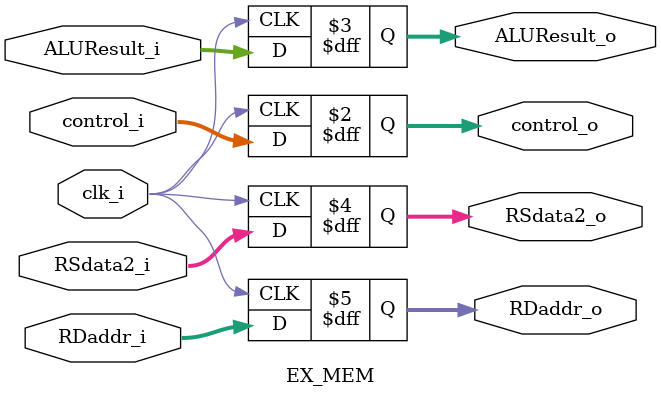
<source format=v>
module EX_MEM
(
	clk_i,
	control_i,
	ALUResult_i,
	RSdata2_i,
	RDaddr_i,
	control_o,
	ALUResult_o,
	RSdata2_o,
	RDaddr_o
);

input				clk_i;
input	[ 3:0]		control_i;	
input	[31:0]		ALUResult_i;
input	[31:0]		RSdata2_i;
input	[ 4:0]		RDaddr_i;
output	reg [ 3:0]		control_o;
output	reg [31:0]		ALUResult_o;
output	reg [31:0]		RSdata2_o;
output	reg [ 4:0]		RDaddr_o;

always @(posedge clk_i) begin
	control_o	<= control_i;
	ALUResult_o	<= ALUResult_i;
	RSdata2_o	<= RSdata2_i;
	RDaddr_o	<= RDaddr_i;
end

endmodule

</source>
